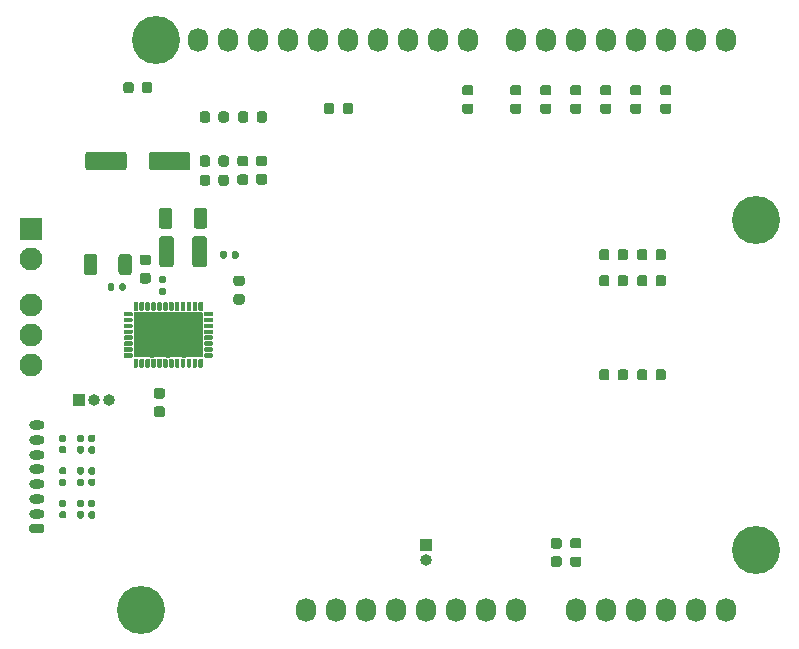
<source format=gbr>
%TF.GenerationSoftware,KiCad,Pcbnew,(5.1.9)-1*%
%TF.CreationDate,2021-05-11T14:33:33+02:00*%
%TF.ProjectId,Driverino-Shield,44726976-6572-4696-9e6f-2d536869656c,rev?*%
%TF.SameCoordinates,Original*%
%TF.FileFunction,Soldermask,Top*%
%TF.FilePolarity,Negative*%
%FSLAX46Y46*%
G04 Gerber Fmt 4.6, Leading zero omitted, Abs format (unit mm)*
G04 Created by KiCad (PCBNEW (5.1.9)-1) date 2021-05-11 14:33:33*
%MOMM*%
%LPD*%
G01*
G04 APERTURE LIST*
%ADD10C,0.740000*%
%ADD11O,1.000000X1.000000*%
%ADD12R,1.000000X1.000000*%
%ADD13C,4.064000*%
%ADD14O,1.727200X2.032000*%
%ADD15R,1.950000X1.950000*%
%ADD16C,1.950000*%
%ADD17O,1.300000X0.800000*%
G04 APERTURE END LIST*
%TO.C,F1*%
G36*
G01*
X133241000Y-93614500D02*
X133241000Y-93959500D01*
G75*
G02*
X133093500Y-94107000I-147500J0D01*
G01*
X132798500Y-94107000D01*
G75*
G02*
X132651000Y-93959500I0J147500D01*
G01*
X132651000Y-93614500D01*
G75*
G02*
X132798500Y-93467000I147500J0D01*
G01*
X133093500Y-93467000D01*
G75*
G02*
X133241000Y-93614500I0J-147500D01*
G01*
G37*
G36*
G01*
X132271000Y-93614500D02*
X132271000Y-93959500D01*
G75*
G02*
X132123500Y-94107000I-147500J0D01*
G01*
X131828500Y-94107000D01*
G75*
G02*
X131681000Y-93959500I0J147500D01*
G01*
X131681000Y-93614500D01*
G75*
G02*
X131828500Y-93467000I147500J0D01*
G01*
X132123500Y-93467000D01*
G75*
G02*
X132271000Y-93614500I0J-147500D01*
G01*
G37*
%TD*%
%TO.C,R23*%
G36*
G01*
X120537500Y-115988500D02*
X120537500Y-115643500D01*
G75*
G02*
X120685000Y-115496000I147500J0D01*
G01*
X120980000Y-115496000D01*
G75*
G02*
X121127500Y-115643500I0J-147500D01*
G01*
X121127500Y-115988500D01*
G75*
G02*
X120980000Y-116136000I-147500J0D01*
G01*
X120685000Y-116136000D01*
G75*
G02*
X120537500Y-115988500I0J147500D01*
G01*
G37*
G36*
G01*
X119567500Y-115988500D02*
X119567500Y-115643500D01*
G75*
G02*
X119715000Y-115496000I147500J0D01*
G01*
X120010000Y-115496000D01*
G75*
G02*
X120157500Y-115643500I0J-147500D01*
G01*
X120157500Y-115988500D01*
G75*
G02*
X120010000Y-116136000I-147500J0D01*
G01*
X119715000Y-116136000D01*
G75*
G02*
X119567500Y-115988500I0J147500D01*
G01*
G37*
%TD*%
%TO.C,R22*%
G36*
G01*
X120537500Y-115018500D02*
X120537500Y-114673500D01*
G75*
G02*
X120685000Y-114526000I147500J0D01*
G01*
X120980000Y-114526000D01*
G75*
G02*
X121127500Y-114673500I0J-147500D01*
G01*
X121127500Y-115018500D01*
G75*
G02*
X120980000Y-115166000I-147500J0D01*
G01*
X120685000Y-115166000D01*
G75*
G02*
X120537500Y-115018500I0J147500D01*
G01*
G37*
G36*
G01*
X119567500Y-115018500D02*
X119567500Y-114673500D01*
G75*
G02*
X119715000Y-114526000I147500J0D01*
G01*
X120010000Y-114526000D01*
G75*
G02*
X120157500Y-114673500I0J-147500D01*
G01*
X120157500Y-115018500D01*
G75*
G02*
X120010000Y-115166000I-147500J0D01*
G01*
X119715000Y-115166000D01*
G75*
G02*
X119567500Y-115018500I0J147500D01*
G01*
G37*
%TD*%
%TO.C,U1*%
G36*
G01*
X129853000Y-98457000D02*
X129853000Y-97873000D01*
G75*
G02*
X129931000Y-97795000I78000J0D01*
G01*
X130165000Y-97795000D01*
G75*
G02*
X130243000Y-97873000I0J-78000D01*
G01*
X130243000Y-98457000D01*
G75*
G02*
X130165000Y-98535000I-78000J0D01*
G01*
X129931000Y-98535000D01*
G75*
G02*
X129853000Y-98457000I0J78000D01*
G01*
G37*
G36*
G01*
X129353000Y-98457000D02*
X129353000Y-97873000D01*
G75*
G02*
X129431000Y-97795000I78000J0D01*
G01*
X129665000Y-97795000D01*
G75*
G02*
X129743000Y-97873000I0J-78000D01*
G01*
X129743000Y-98457000D01*
G75*
G02*
X129665000Y-98535000I-78000J0D01*
G01*
X129431000Y-98535000D01*
G75*
G02*
X129353000Y-98457000I0J78000D01*
G01*
G37*
G36*
G01*
X128853000Y-98457000D02*
X128853000Y-97873000D01*
G75*
G02*
X128931000Y-97795000I78000J0D01*
G01*
X129165000Y-97795000D01*
G75*
G02*
X129243000Y-97873000I0J-78000D01*
G01*
X129243000Y-98457000D01*
G75*
G02*
X129165000Y-98535000I-78000J0D01*
G01*
X128931000Y-98535000D01*
G75*
G02*
X128853000Y-98457000I0J78000D01*
G01*
G37*
G36*
G01*
X128353000Y-98457000D02*
X128353000Y-97873000D01*
G75*
G02*
X128431000Y-97795000I78000J0D01*
G01*
X128665000Y-97795000D01*
G75*
G02*
X128743000Y-97873000I0J-78000D01*
G01*
X128743000Y-98457000D01*
G75*
G02*
X128665000Y-98535000I-78000J0D01*
G01*
X128431000Y-98535000D01*
G75*
G02*
X128353000Y-98457000I0J78000D01*
G01*
G37*
G36*
G01*
X127853000Y-98457000D02*
X127853000Y-97873000D01*
G75*
G02*
X127931000Y-97795000I78000J0D01*
G01*
X128165000Y-97795000D01*
G75*
G02*
X128243000Y-97873000I0J-78000D01*
G01*
X128243000Y-98457000D01*
G75*
G02*
X128165000Y-98535000I-78000J0D01*
G01*
X127931000Y-98535000D01*
G75*
G02*
X127853000Y-98457000I0J78000D01*
G01*
G37*
G36*
G01*
X127353000Y-98457000D02*
X127353000Y-97873000D01*
G75*
G02*
X127431000Y-97795000I78000J0D01*
G01*
X127665000Y-97795000D01*
G75*
G02*
X127743000Y-97873000I0J-78000D01*
G01*
X127743000Y-98457000D01*
G75*
G02*
X127665000Y-98535000I-78000J0D01*
G01*
X127431000Y-98535000D01*
G75*
G02*
X127353000Y-98457000I0J78000D01*
G01*
G37*
G36*
G01*
X126853000Y-98457000D02*
X126853000Y-97873000D01*
G75*
G02*
X126931000Y-97795000I78000J0D01*
G01*
X127165000Y-97795000D01*
G75*
G02*
X127243000Y-97873000I0J-78000D01*
G01*
X127243000Y-98457000D01*
G75*
G02*
X127165000Y-98535000I-78000J0D01*
G01*
X126931000Y-98535000D01*
G75*
G02*
X126853000Y-98457000I0J78000D01*
G01*
G37*
G36*
G01*
X126353000Y-98457000D02*
X126353000Y-97873000D01*
G75*
G02*
X126431000Y-97795000I78000J0D01*
G01*
X126665000Y-97795000D01*
G75*
G02*
X126743000Y-97873000I0J-78000D01*
G01*
X126743000Y-98457000D01*
G75*
G02*
X126665000Y-98535000I-78000J0D01*
G01*
X126431000Y-98535000D01*
G75*
G02*
X126353000Y-98457000I0J78000D01*
G01*
G37*
G36*
G01*
X125853000Y-98457000D02*
X125853000Y-97873000D01*
G75*
G02*
X125931000Y-97795000I78000J0D01*
G01*
X126165000Y-97795000D01*
G75*
G02*
X126243000Y-97873000I0J-78000D01*
G01*
X126243000Y-98457000D01*
G75*
G02*
X126165000Y-98535000I-78000J0D01*
G01*
X125931000Y-98535000D01*
G75*
G02*
X125853000Y-98457000I0J78000D01*
G01*
G37*
G36*
G01*
X125353000Y-98457000D02*
X125353000Y-97873000D01*
G75*
G02*
X125431000Y-97795000I78000J0D01*
G01*
X125665000Y-97795000D01*
G75*
G02*
X125743000Y-97873000I0J-78000D01*
G01*
X125743000Y-98457000D01*
G75*
G02*
X125665000Y-98535000I-78000J0D01*
G01*
X125431000Y-98535000D01*
G75*
G02*
X125353000Y-98457000I0J78000D01*
G01*
G37*
G36*
G01*
X124853000Y-98457000D02*
X124853000Y-97873000D01*
G75*
G02*
X124931000Y-97795000I78000J0D01*
G01*
X125165000Y-97795000D01*
G75*
G02*
X125243000Y-97873000I0J-78000D01*
G01*
X125243000Y-98457000D01*
G75*
G02*
X125165000Y-98535000I-78000J0D01*
G01*
X124931000Y-98535000D01*
G75*
G02*
X124853000Y-98457000I0J78000D01*
G01*
G37*
G36*
G01*
X124353000Y-98457000D02*
X124353000Y-97873000D01*
G75*
G02*
X124431000Y-97795000I78000J0D01*
G01*
X124665000Y-97795000D01*
G75*
G02*
X124743000Y-97873000I0J-78000D01*
G01*
X124743000Y-98457000D01*
G75*
G02*
X124665000Y-98535000I-78000J0D01*
G01*
X124431000Y-98535000D01*
G75*
G02*
X124353000Y-98457000I0J78000D01*
G01*
G37*
G36*
G01*
X124190000Y-99010000D02*
X123606000Y-99010000D01*
G75*
G02*
X123528000Y-98932000I0J78000D01*
G01*
X123528000Y-98698000D01*
G75*
G02*
X123606000Y-98620000I78000J0D01*
G01*
X124190000Y-98620000D01*
G75*
G02*
X124268000Y-98698000I0J-78000D01*
G01*
X124268000Y-98932000D01*
G75*
G02*
X124190000Y-99010000I-78000J0D01*
G01*
G37*
G36*
G01*
X124190000Y-99510000D02*
X123606000Y-99510000D01*
G75*
G02*
X123528000Y-99432000I0J78000D01*
G01*
X123528000Y-99198000D01*
G75*
G02*
X123606000Y-99120000I78000J0D01*
G01*
X124190000Y-99120000D01*
G75*
G02*
X124268000Y-99198000I0J-78000D01*
G01*
X124268000Y-99432000D01*
G75*
G02*
X124190000Y-99510000I-78000J0D01*
G01*
G37*
G36*
G01*
X124190000Y-100010000D02*
X123606000Y-100010000D01*
G75*
G02*
X123528000Y-99932000I0J78000D01*
G01*
X123528000Y-99698000D01*
G75*
G02*
X123606000Y-99620000I78000J0D01*
G01*
X124190000Y-99620000D01*
G75*
G02*
X124268000Y-99698000I0J-78000D01*
G01*
X124268000Y-99932000D01*
G75*
G02*
X124190000Y-100010000I-78000J0D01*
G01*
G37*
G36*
G01*
X124190000Y-100510000D02*
X123606000Y-100510000D01*
G75*
G02*
X123528000Y-100432000I0J78000D01*
G01*
X123528000Y-100198000D01*
G75*
G02*
X123606000Y-100120000I78000J0D01*
G01*
X124190000Y-100120000D01*
G75*
G02*
X124268000Y-100198000I0J-78000D01*
G01*
X124268000Y-100432000D01*
G75*
G02*
X124190000Y-100510000I-78000J0D01*
G01*
G37*
G36*
G01*
X124190000Y-101010000D02*
X123606000Y-101010000D01*
G75*
G02*
X123528000Y-100932000I0J78000D01*
G01*
X123528000Y-100698000D01*
G75*
G02*
X123606000Y-100620000I78000J0D01*
G01*
X124190000Y-100620000D01*
G75*
G02*
X124268000Y-100698000I0J-78000D01*
G01*
X124268000Y-100932000D01*
G75*
G02*
X124190000Y-101010000I-78000J0D01*
G01*
G37*
G36*
G01*
X124190000Y-101510000D02*
X123606000Y-101510000D01*
G75*
G02*
X123528000Y-101432000I0J78000D01*
G01*
X123528000Y-101198000D01*
G75*
G02*
X123606000Y-101120000I78000J0D01*
G01*
X124190000Y-101120000D01*
G75*
G02*
X124268000Y-101198000I0J-78000D01*
G01*
X124268000Y-101432000D01*
G75*
G02*
X124190000Y-101510000I-78000J0D01*
G01*
G37*
G36*
G01*
X124190000Y-102010000D02*
X123606000Y-102010000D01*
G75*
G02*
X123528000Y-101932000I0J78000D01*
G01*
X123528000Y-101698000D01*
G75*
G02*
X123606000Y-101620000I78000J0D01*
G01*
X124190000Y-101620000D01*
G75*
G02*
X124268000Y-101698000I0J-78000D01*
G01*
X124268000Y-101932000D01*
G75*
G02*
X124190000Y-102010000I-78000J0D01*
G01*
G37*
G36*
G01*
X124190000Y-102510000D02*
X123606000Y-102510000D01*
G75*
G02*
X123528000Y-102432000I0J78000D01*
G01*
X123528000Y-102198000D01*
G75*
G02*
X123606000Y-102120000I78000J0D01*
G01*
X124190000Y-102120000D01*
G75*
G02*
X124268000Y-102198000I0J-78000D01*
G01*
X124268000Y-102432000D01*
G75*
G02*
X124190000Y-102510000I-78000J0D01*
G01*
G37*
G36*
G01*
X124353000Y-103257000D02*
X124353000Y-102673000D01*
G75*
G02*
X124431000Y-102595000I78000J0D01*
G01*
X124665000Y-102595000D01*
G75*
G02*
X124743000Y-102673000I0J-78000D01*
G01*
X124743000Y-103257000D01*
G75*
G02*
X124665000Y-103335000I-78000J0D01*
G01*
X124431000Y-103335000D01*
G75*
G02*
X124353000Y-103257000I0J78000D01*
G01*
G37*
G36*
G01*
X124853000Y-103257000D02*
X124853000Y-102673000D01*
G75*
G02*
X124931000Y-102595000I78000J0D01*
G01*
X125165000Y-102595000D01*
G75*
G02*
X125243000Y-102673000I0J-78000D01*
G01*
X125243000Y-103257000D01*
G75*
G02*
X125165000Y-103335000I-78000J0D01*
G01*
X124931000Y-103335000D01*
G75*
G02*
X124853000Y-103257000I0J78000D01*
G01*
G37*
G36*
G01*
X125353000Y-103257000D02*
X125353000Y-102673000D01*
G75*
G02*
X125431000Y-102595000I78000J0D01*
G01*
X125665000Y-102595000D01*
G75*
G02*
X125743000Y-102673000I0J-78000D01*
G01*
X125743000Y-103257000D01*
G75*
G02*
X125665000Y-103335000I-78000J0D01*
G01*
X125431000Y-103335000D01*
G75*
G02*
X125353000Y-103257000I0J78000D01*
G01*
G37*
G36*
G01*
X125853000Y-103257000D02*
X125853000Y-102673000D01*
G75*
G02*
X125931000Y-102595000I78000J0D01*
G01*
X126165000Y-102595000D01*
G75*
G02*
X126243000Y-102673000I0J-78000D01*
G01*
X126243000Y-103257000D01*
G75*
G02*
X126165000Y-103335000I-78000J0D01*
G01*
X125931000Y-103335000D01*
G75*
G02*
X125853000Y-103257000I0J78000D01*
G01*
G37*
G36*
G01*
X126353000Y-103257000D02*
X126353000Y-102673000D01*
G75*
G02*
X126431000Y-102595000I78000J0D01*
G01*
X126665000Y-102595000D01*
G75*
G02*
X126743000Y-102673000I0J-78000D01*
G01*
X126743000Y-103257000D01*
G75*
G02*
X126665000Y-103335000I-78000J0D01*
G01*
X126431000Y-103335000D01*
G75*
G02*
X126353000Y-103257000I0J78000D01*
G01*
G37*
G36*
G01*
X126853000Y-103257000D02*
X126853000Y-102673000D01*
G75*
G02*
X126931000Y-102595000I78000J0D01*
G01*
X127165000Y-102595000D01*
G75*
G02*
X127243000Y-102673000I0J-78000D01*
G01*
X127243000Y-103257000D01*
G75*
G02*
X127165000Y-103335000I-78000J0D01*
G01*
X126931000Y-103335000D01*
G75*
G02*
X126853000Y-103257000I0J78000D01*
G01*
G37*
G36*
G01*
X127353000Y-103257000D02*
X127353000Y-102673000D01*
G75*
G02*
X127431000Y-102595000I78000J0D01*
G01*
X127665000Y-102595000D01*
G75*
G02*
X127743000Y-102673000I0J-78000D01*
G01*
X127743000Y-103257000D01*
G75*
G02*
X127665000Y-103335000I-78000J0D01*
G01*
X127431000Y-103335000D01*
G75*
G02*
X127353000Y-103257000I0J78000D01*
G01*
G37*
G36*
G01*
X127853000Y-103257000D02*
X127853000Y-102673000D01*
G75*
G02*
X127931000Y-102595000I78000J0D01*
G01*
X128165000Y-102595000D01*
G75*
G02*
X128243000Y-102673000I0J-78000D01*
G01*
X128243000Y-103257000D01*
G75*
G02*
X128165000Y-103335000I-78000J0D01*
G01*
X127931000Y-103335000D01*
G75*
G02*
X127853000Y-103257000I0J78000D01*
G01*
G37*
G36*
G01*
X128353000Y-103257000D02*
X128353000Y-102673000D01*
G75*
G02*
X128431000Y-102595000I78000J0D01*
G01*
X128665000Y-102595000D01*
G75*
G02*
X128743000Y-102673000I0J-78000D01*
G01*
X128743000Y-103257000D01*
G75*
G02*
X128665000Y-103335000I-78000J0D01*
G01*
X128431000Y-103335000D01*
G75*
G02*
X128353000Y-103257000I0J78000D01*
G01*
G37*
G36*
G01*
X128853000Y-103257000D02*
X128853000Y-102673000D01*
G75*
G02*
X128931000Y-102595000I78000J0D01*
G01*
X129165000Y-102595000D01*
G75*
G02*
X129243000Y-102673000I0J-78000D01*
G01*
X129243000Y-103257000D01*
G75*
G02*
X129165000Y-103335000I-78000J0D01*
G01*
X128931000Y-103335000D01*
G75*
G02*
X128853000Y-103257000I0J78000D01*
G01*
G37*
G36*
G01*
X129353000Y-103257000D02*
X129353000Y-102673000D01*
G75*
G02*
X129431000Y-102595000I78000J0D01*
G01*
X129665000Y-102595000D01*
G75*
G02*
X129743000Y-102673000I0J-78000D01*
G01*
X129743000Y-103257000D01*
G75*
G02*
X129665000Y-103335000I-78000J0D01*
G01*
X129431000Y-103335000D01*
G75*
G02*
X129353000Y-103257000I0J78000D01*
G01*
G37*
G36*
G01*
X129853000Y-103257000D02*
X129853000Y-102673000D01*
G75*
G02*
X129931000Y-102595000I78000J0D01*
G01*
X130165000Y-102595000D01*
G75*
G02*
X130243000Y-102673000I0J-78000D01*
G01*
X130243000Y-103257000D01*
G75*
G02*
X130165000Y-103335000I-78000J0D01*
G01*
X129931000Y-103335000D01*
G75*
G02*
X129853000Y-103257000I0J78000D01*
G01*
G37*
G36*
G01*
X130990000Y-102510000D02*
X130406000Y-102510000D01*
G75*
G02*
X130328000Y-102432000I0J78000D01*
G01*
X130328000Y-102198000D01*
G75*
G02*
X130406000Y-102120000I78000J0D01*
G01*
X130990000Y-102120000D01*
G75*
G02*
X131068000Y-102198000I0J-78000D01*
G01*
X131068000Y-102432000D01*
G75*
G02*
X130990000Y-102510000I-78000J0D01*
G01*
G37*
G36*
G01*
X130990000Y-102010000D02*
X130406000Y-102010000D01*
G75*
G02*
X130328000Y-101932000I0J78000D01*
G01*
X130328000Y-101698000D01*
G75*
G02*
X130406000Y-101620000I78000J0D01*
G01*
X130990000Y-101620000D01*
G75*
G02*
X131068000Y-101698000I0J-78000D01*
G01*
X131068000Y-101932000D01*
G75*
G02*
X130990000Y-102010000I-78000J0D01*
G01*
G37*
G36*
G01*
X130990000Y-101510000D02*
X130406000Y-101510000D01*
G75*
G02*
X130328000Y-101432000I0J78000D01*
G01*
X130328000Y-101198000D01*
G75*
G02*
X130406000Y-101120000I78000J0D01*
G01*
X130990000Y-101120000D01*
G75*
G02*
X131068000Y-101198000I0J-78000D01*
G01*
X131068000Y-101432000D01*
G75*
G02*
X130990000Y-101510000I-78000J0D01*
G01*
G37*
G36*
G01*
X130990000Y-101010000D02*
X130406000Y-101010000D01*
G75*
G02*
X130328000Y-100932000I0J78000D01*
G01*
X130328000Y-100698000D01*
G75*
G02*
X130406000Y-100620000I78000J0D01*
G01*
X130990000Y-100620000D01*
G75*
G02*
X131068000Y-100698000I0J-78000D01*
G01*
X131068000Y-100932000D01*
G75*
G02*
X130990000Y-101010000I-78000J0D01*
G01*
G37*
G36*
G01*
X130990000Y-100510000D02*
X130406000Y-100510000D01*
G75*
G02*
X130328000Y-100432000I0J78000D01*
G01*
X130328000Y-100198000D01*
G75*
G02*
X130406000Y-100120000I78000J0D01*
G01*
X130990000Y-100120000D01*
G75*
G02*
X131068000Y-100198000I0J-78000D01*
G01*
X131068000Y-100432000D01*
G75*
G02*
X130990000Y-100510000I-78000J0D01*
G01*
G37*
G36*
G01*
X130990000Y-100010000D02*
X130406000Y-100010000D01*
G75*
G02*
X130328000Y-99932000I0J78000D01*
G01*
X130328000Y-99698000D01*
G75*
G02*
X130406000Y-99620000I78000J0D01*
G01*
X130990000Y-99620000D01*
G75*
G02*
X131068000Y-99698000I0J-78000D01*
G01*
X131068000Y-99932000D01*
G75*
G02*
X130990000Y-100010000I-78000J0D01*
G01*
G37*
G36*
G01*
X130990000Y-99510000D02*
X130406000Y-99510000D01*
G75*
G02*
X130328000Y-99432000I0J78000D01*
G01*
X130328000Y-99198000D01*
G75*
G02*
X130406000Y-99120000I78000J0D01*
G01*
X130990000Y-99120000D01*
G75*
G02*
X131068000Y-99198000I0J-78000D01*
G01*
X131068000Y-99432000D01*
G75*
G02*
X130990000Y-99510000I-78000J0D01*
G01*
G37*
G36*
G01*
X130990000Y-99010000D02*
X130406000Y-99010000D01*
G75*
G02*
X130328000Y-98932000I0J78000D01*
G01*
X130328000Y-98698000D01*
G75*
G02*
X130406000Y-98620000I78000J0D01*
G01*
X130990000Y-98620000D01*
G75*
G02*
X131068000Y-98698000I0J-78000D01*
G01*
X131068000Y-98932000D01*
G75*
G02*
X130990000Y-99010000I-78000J0D01*
G01*
G37*
G36*
G01*
X124448000Y-98645000D02*
X130148000Y-98645000D01*
G75*
G02*
X130218000Y-98715000I0J-70000D01*
G01*
X130218000Y-102415000D01*
G75*
G02*
X130148000Y-102485000I-70000J0D01*
G01*
X124448000Y-102485000D01*
G75*
G02*
X124378000Y-102415000I0J70000D01*
G01*
X124378000Y-98715000D01*
G75*
G02*
X124448000Y-98645000I70000J0D01*
G01*
G37*
D10*
X127298000Y-101190000D03*
X127298000Y-99940000D03*
X127298000Y-98965000D03*
X127298000Y-102165000D03*
X128648000Y-101190000D03*
X128648000Y-99940000D03*
X128648000Y-98965000D03*
X128648000Y-102165000D03*
X129898000Y-101190000D03*
X129898000Y-99940000D03*
X125948000Y-101190000D03*
X125948000Y-99940000D03*
X125948000Y-98965000D03*
X125948000Y-102165000D03*
X124698000Y-101190000D03*
X124698000Y-99940000D03*
%TD*%
D11*
%TO.C,JP1*%
X122268000Y-106045000D03*
X120998000Y-106045000D03*
D12*
X119728000Y-106045000D03*
%TD*%
%TO.C,C3*%
G36*
G01*
X123074000Y-95265001D02*
X123074000Y-93964999D01*
G75*
G02*
X123323999Y-93715000I249999J0D01*
G01*
X123974001Y-93715000D01*
G75*
G02*
X124224000Y-93964999I0J-249999D01*
G01*
X124224000Y-95265001D01*
G75*
G02*
X123974001Y-95515000I-249999J0D01*
G01*
X123323999Y-95515000D01*
G75*
G02*
X123074000Y-95265001I0J249999D01*
G01*
G37*
G36*
G01*
X120124000Y-95265001D02*
X120124000Y-93964999D01*
G75*
G02*
X120373999Y-93715000I249999J0D01*
G01*
X121024001Y-93715000D01*
G75*
G02*
X121274000Y-93964999I0J-249999D01*
G01*
X121274000Y-95265001D01*
G75*
G02*
X121024001Y-95515000I-249999J0D01*
G01*
X120373999Y-95515000D01*
G75*
G02*
X120124000Y-95265001I0J249999D01*
G01*
G37*
%TD*%
%TO.C,C4*%
G36*
G01*
X123136000Y-96690000D02*
X123136000Y-96350000D01*
G75*
G02*
X123276000Y-96210000I140000J0D01*
G01*
X123556000Y-96210000D01*
G75*
G02*
X123696000Y-96350000I0J-140000D01*
G01*
X123696000Y-96690000D01*
G75*
G02*
X123556000Y-96830000I-140000J0D01*
G01*
X123276000Y-96830000D01*
G75*
G02*
X123136000Y-96690000I0J140000D01*
G01*
G37*
G36*
G01*
X122176000Y-96690000D02*
X122176000Y-96350000D01*
G75*
G02*
X122316000Y-96210000I140000J0D01*
G01*
X122596000Y-96210000D01*
G75*
G02*
X122736000Y-96350000I0J-140000D01*
G01*
X122736000Y-96690000D01*
G75*
G02*
X122596000Y-96830000I-140000J0D01*
G01*
X122316000Y-96830000D01*
G75*
G02*
X122176000Y-96690000I0J140000D01*
G01*
G37*
%TD*%
D13*
%TO.C,P5*%
X124968000Y-123825000D03*
%TD*%
%TO.C,P7*%
X126238000Y-75565000D03*
%TD*%
%TO.C,P8*%
X177038000Y-90805000D03*
%TD*%
D14*
%TO.C,P3*%
X129794000Y-75565000D03*
X132334000Y-75565000D03*
X134874000Y-75565000D03*
X137414000Y-75565000D03*
X139954000Y-75565000D03*
X142494000Y-75565000D03*
X145034000Y-75565000D03*
X147574000Y-75565000D03*
X150114000Y-75565000D03*
X152654000Y-75565000D03*
%TD*%
D13*
%TO.C,P6*%
X177038000Y-118745000D03*
%TD*%
D14*
%TO.C,P1*%
X138938000Y-123825000D03*
X141478000Y-123825000D03*
X144018000Y-123825000D03*
X146558000Y-123825000D03*
X149098000Y-123825000D03*
X151638000Y-123825000D03*
X154178000Y-123825000D03*
X156718000Y-123825000D03*
%TD*%
%TO.C,P2*%
X161798000Y-123825000D03*
X164338000Y-123825000D03*
X166878000Y-123825000D03*
X169418000Y-123825000D03*
X171958000Y-123825000D03*
X174498000Y-123825000D03*
%TD*%
%TO.C,P4*%
X156718000Y-75565000D03*
X159258000Y-75565000D03*
X161798000Y-75565000D03*
X164338000Y-75565000D03*
X166878000Y-75565000D03*
X169418000Y-75565000D03*
X171958000Y-75565000D03*
X174498000Y-75565000D03*
%TD*%
%TO.C,C6*%
G36*
G01*
X126982000Y-96203000D02*
X126637000Y-96203000D01*
G75*
G02*
X126489500Y-96055500I0J147500D01*
G01*
X126489500Y-95760500D01*
G75*
G02*
X126637000Y-95613000I147500J0D01*
G01*
X126982000Y-95613000D01*
G75*
G02*
X127129500Y-95760500I0J-147500D01*
G01*
X127129500Y-96055500D01*
G75*
G02*
X126982000Y-96203000I-147500J0D01*
G01*
G37*
G36*
G01*
X126982000Y-97173000D02*
X126637000Y-97173000D01*
G75*
G02*
X126489500Y-97025500I0J147500D01*
G01*
X126489500Y-96730500D01*
G75*
G02*
X126637000Y-96583000I147500J0D01*
G01*
X126982000Y-96583000D01*
G75*
G02*
X127129500Y-96730500I0J-147500D01*
G01*
X127129500Y-97025500D01*
G75*
G02*
X126982000Y-97173000I-147500J0D01*
G01*
G37*
%TD*%
%TO.C,C12*%
G36*
G01*
X118520000Y-115141000D02*
X118175000Y-115141000D01*
G75*
G02*
X118027500Y-114993500I0J147500D01*
G01*
X118027500Y-114698500D01*
G75*
G02*
X118175000Y-114551000I147500J0D01*
G01*
X118520000Y-114551000D01*
G75*
G02*
X118667500Y-114698500I0J-147500D01*
G01*
X118667500Y-114993500D01*
G75*
G02*
X118520000Y-115141000I-147500J0D01*
G01*
G37*
G36*
G01*
X118520000Y-116111000D02*
X118175000Y-116111000D01*
G75*
G02*
X118027500Y-115963500I0J147500D01*
G01*
X118027500Y-115668500D01*
G75*
G02*
X118175000Y-115521000I147500J0D01*
G01*
X118520000Y-115521000D01*
G75*
G02*
X118667500Y-115668500I0J-147500D01*
G01*
X118667500Y-115963500D01*
G75*
G02*
X118520000Y-116111000I-147500J0D01*
G01*
G37*
%TD*%
%TO.C,R21*%
G36*
G01*
X120537500Y-113234500D02*
X120537500Y-112889500D01*
G75*
G02*
X120685000Y-112742000I147500J0D01*
G01*
X120980000Y-112742000D01*
G75*
G02*
X121127500Y-112889500I0J-147500D01*
G01*
X121127500Y-113234500D01*
G75*
G02*
X120980000Y-113382000I-147500J0D01*
G01*
X120685000Y-113382000D01*
G75*
G02*
X120537500Y-113234500I0J147500D01*
G01*
G37*
G36*
G01*
X119567500Y-113234500D02*
X119567500Y-112889500D01*
G75*
G02*
X119715000Y-112742000I147500J0D01*
G01*
X120010000Y-112742000D01*
G75*
G02*
X120157500Y-112889500I0J-147500D01*
G01*
X120157500Y-113234500D01*
G75*
G02*
X120010000Y-113382000I-147500J0D01*
G01*
X119715000Y-113382000D01*
G75*
G02*
X119567500Y-113234500I0J147500D01*
G01*
G37*
%TD*%
%TO.C,R20*%
G36*
G01*
X120537500Y-112264500D02*
X120537500Y-111919500D01*
G75*
G02*
X120685000Y-111772000I147500J0D01*
G01*
X120980000Y-111772000D01*
G75*
G02*
X121127500Y-111919500I0J-147500D01*
G01*
X121127500Y-112264500D01*
G75*
G02*
X120980000Y-112412000I-147500J0D01*
G01*
X120685000Y-112412000D01*
G75*
G02*
X120537500Y-112264500I0J147500D01*
G01*
G37*
G36*
G01*
X119567500Y-112264500D02*
X119567500Y-111919500D01*
G75*
G02*
X119715000Y-111772000I147500J0D01*
G01*
X120010000Y-111772000D01*
G75*
G02*
X120157500Y-111919500I0J-147500D01*
G01*
X120157500Y-112264500D01*
G75*
G02*
X120010000Y-112412000I-147500J0D01*
G01*
X119715000Y-112412000D01*
G75*
G02*
X119567500Y-112264500I0J147500D01*
G01*
G37*
%TD*%
%TO.C,C11*%
G36*
G01*
X118520000Y-112387000D02*
X118175000Y-112387000D01*
G75*
G02*
X118027500Y-112239500I0J147500D01*
G01*
X118027500Y-111944500D01*
G75*
G02*
X118175000Y-111797000I147500J0D01*
G01*
X118520000Y-111797000D01*
G75*
G02*
X118667500Y-111944500I0J-147500D01*
G01*
X118667500Y-112239500D01*
G75*
G02*
X118520000Y-112387000I-147500J0D01*
G01*
G37*
G36*
G01*
X118520000Y-113357000D02*
X118175000Y-113357000D01*
G75*
G02*
X118027500Y-113209500I0J147500D01*
G01*
X118027500Y-112914500D01*
G75*
G02*
X118175000Y-112767000I147500J0D01*
G01*
X118520000Y-112767000D01*
G75*
G02*
X118667500Y-112914500I0J-147500D01*
G01*
X118667500Y-113209500D01*
G75*
G02*
X118520000Y-113357000I-147500J0D01*
G01*
G37*
%TD*%
%TO.C,R18*%
G36*
G01*
X120537500Y-109510500D02*
X120537500Y-109165500D01*
G75*
G02*
X120685000Y-109018000I147500J0D01*
G01*
X120980000Y-109018000D01*
G75*
G02*
X121127500Y-109165500I0J-147500D01*
G01*
X121127500Y-109510500D01*
G75*
G02*
X120980000Y-109658000I-147500J0D01*
G01*
X120685000Y-109658000D01*
G75*
G02*
X120537500Y-109510500I0J147500D01*
G01*
G37*
G36*
G01*
X119567500Y-109510500D02*
X119567500Y-109165500D01*
G75*
G02*
X119715000Y-109018000I147500J0D01*
G01*
X120010000Y-109018000D01*
G75*
G02*
X120157500Y-109165500I0J-147500D01*
G01*
X120157500Y-109510500D01*
G75*
G02*
X120010000Y-109658000I-147500J0D01*
G01*
X119715000Y-109658000D01*
G75*
G02*
X119567500Y-109510500I0J147500D01*
G01*
G37*
%TD*%
%TO.C,R19*%
G36*
G01*
X120537500Y-110480500D02*
X120537500Y-110135500D01*
G75*
G02*
X120685000Y-109988000I147500J0D01*
G01*
X120980000Y-109988000D01*
G75*
G02*
X121127500Y-110135500I0J-147500D01*
G01*
X121127500Y-110480500D01*
G75*
G02*
X120980000Y-110628000I-147500J0D01*
G01*
X120685000Y-110628000D01*
G75*
G02*
X120537500Y-110480500I0J147500D01*
G01*
G37*
G36*
G01*
X119567500Y-110480500D02*
X119567500Y-110135500D01*
G75*
G02*
X119715000Y-109988000I147500J0D01*
G01*
X120010000Y-109988000D01*
G75*
G02*
X120157500Y-110135500I0J-147500D01*
G01*
X120157500Y-110480500D01*
G75*
G02*
X120010000Y-110628000I-147500J0D01*
G01*
X119715000Y-110628000D01*
G75*
G02*
X119567500Y-110480500I0J147500D01*
G01*
G37*
%TD*%
%TO.C,C10*%
G36*
G01*
X118520000Y-109633000D02*
X118175000Y-109633000D01*
G75*
G02*
X118027500Y-109485500I0J147500D01*
G01*
X118027500Y-109190500D01*
G75*
G02*
X118175000Y-109043000I147500J0D01*
G01*
X118520000Y-109043000D01*
G75*
G02*
X118667500Y-109190500I0J-147500D01*
G01*
X118667500Y-109485500D01*
G75*
G02*
X118520000Y-109633000I-147500J0D01*
G01*
G37*
G36*
G01*
X118520000Y-110603000D02*
X118175000Y-110603000D01*
G75*
G02*
X118027500Y-110455500I0J147500D01*
G01*
X118027500Y-110160500D01*
G75*
G02*
X118175000Y-110013000I147500J0D01*
G01*
X118520000Y-110013000D01*
G75*
G02*
X118667500Y-110160500I0J-147500D01*
G01*
X118667500Y-110455500D01*
G75*
G02*
X118520000Y-110603000I-147500J0D01*
G01*
G37*
%TD*%
%TO.C,C1*%
G36*
G01*
X129449400Y-91353401D02*
X129449400Y-90053399D01*
G75*
G02*
X129699399Y-89803400I249999J0D01*
G01*
X130349401Y-89803400D01*
G75*
G02*
X130599400Y-90053399I0J-249999D01*
G01*
X130599400Y-91353401D01*
G75*
G02*
X130349401Y-91603400I-249999J0D01*
G01*
X129699399Y-91603400D01*
G75*
G02*
X129449400Y-91353401I0J249999D01*
G01*
G37*
G36*
G01*
X126499400Y-91353850D02*
X126499400Y-90052950D01*
G75*
G02*
X126748950Y-89803400I249550J0D01*
G01*
X127399850Y-89803400D01*
G75*
G02*
X127649400Y-90052950I0J-249550D01*
G01*
X127649400Y-91353850D01*
G75*
G02*
X127399850Y-91603400I-249550J0D01*
G01*
X126748950Y-91603400D01*
G75*
G02*
X126499400Y-91353850I0J249550D01*
G01*
G37*
%TD*%
%TO.C,C2*%
G36*
G01*
X123764000Y-85302000D02*
X123764000Y-86402000D01*
G75*
G02*
X123514000Y-86652000I-250000J0D01*
G01*
X120514000Y-86652000D01*
G75*
G02*
X120264000Y-86402000I0J250000D01*
G01*
X120264000Y-85302000D01*
G75*
G02*
X120514000Y-85052000I250000J0D01*
G01*
X123514000Y-85052000D01*
G75*
G02*
X123764000Y-85302000I0J-250000D01*
G01*
G37*
G36*
G01*
X129164000Y-85302000D02*
X129164000Y-86402000D01*
G75*
G02*
X128914000Y-86652000I-250000J0D01*
G01*
X125914000Y-86652000D01*
G75*
G02*
X125664000Y-86402000I0J250000D01*
G01*
X125664000Y-85302000D01*
G75*
G02*
X125914000Y-85052000I250000J0D01*
G01*
X128914000Y-85052000D01*
G75*
G02*
X129164000Y-85302000I0J-250000D01*
G01*
G37*
%TD*%
%TO.C,C5*%
G36*
G01*
X125599000Y-96221000D02*
X125099000Y-96221000D01*
G75*
G02*
X124874000Y-95996000I0J225000D01*
G01*
X124874000Y-95546000D01*
G75*
G02*
X125099000Y-95321000I225000J0D01*
G01*
X125599000Y-95321000D01*
G75*
G02*
X125824000Y-95546000I0J-225000D01*
G01*
X125824000Y-95996000D01*
G75*
G02*
X125599000Y-96221000I-225000J0D01*
G01*
G37*
G36*
G01*
X125599000Y-94671000D02*
X125099000Y-94671000D01*
G75*
G02*
X124874000Y-94446000I0J225000D01*
G01*
X124874000Y-93996000D01*
G75*
G02*
X125099000Y-93771000I225000J0D01*
G01*
X125599000Y-93771000D01*
G75*
G02*
X125824000Y-93996000I0J-225000D01*
G01*
X125824000Y-94446000D01*
G75*
G02*
X125599000Y-94671000I-225000J0D01*
G01*
G37*
%TD*%
%TO.C,C7*%
G36*
G01*
X126298000Y-106624000D02*
X126798000Y-106624000D01*
G75*
G02*
X127023000Y-106849000I0J-225000D01*
G01*
X127023000Y-107299000D01*
G75*
G02*
X126798000Y-107524000I-225000J0D01*
G01*
X126298000Y-107524000D01*
G75*
G02*
X126073000Y-107299000I0J225000D01*
G01*
X126073000Y-106849000D01*
G75*
G02*
X126298000Y-106624000I225000J0D01*
G01*
G37*
G36*
G01*
X126298000Y-105074000D02*
X126798000Y-105074000D01*
G75*
G02*
X127023000Y-105299000I0J-225000D01*
G01*
X127023000Y-105749000D01*
G75*
G02*
X126798000Y-105974000I-225000J0D01*
G01*
X126298000Y-105974000D01*
G75*
G02*
X126073000Y-105749000I0J225000D01*
G01*
X126073000Y-105299000D01*
G75*
G02*
X126298000Y-105074000I225000J0D01*
G01*
G37*
%TD*%
%TO.C,C8*%
G36*
G01*
X135441500Y-87852000D02*
X134941500Y-87852000D01*
G75*
G02*
X134716500Y-87627000I0J225000D01*
G01*
X134716500Y-87177000D01*
G75*
G02*
X134941500Y-86952000I225000J0D01*
G01*
X135441500Y-86952000D01*
G75*
G02*
X135666500Y-87177000I0J-225000D01*
G01*
X135666500Y-87627000D01*
G75*
G02*
X135441500Y-87852000I-225000J0D01*
G01*
G37*
G36*
G01*
X135441500Y-86302000D02*
X134941500Y-86302000D01*
G75*
G02*
X134716500Y-86077000I0J225000D01*
G01*
X134716500Y-85627000D01*
G75*
G02*
X134941500Y-85402000I225000J0D01*
G01*
X135441500Y-85402000D01*
G75*
G02*
X135666500Y-85627000I0J-225000D01*
G01*
X135666500Y-86077000D01*
G75*
G02*
X135441500Y-86302000I-225000J0D01*
G01*
G37*
%TD*%
%TO.C,C9*%
G36*
G01*
X160397000Y-120224000D02*
X159897000Y-120224000D01*
G75*
G02*
X159672000Y-119999000I0J225000D01*
G01*
X159672000Y-119549000D01*
G75*
G02*
X159897000Y-119324000I225000J0D01*
G01*
X160397000Y-119324000D01*
G75*
G02*
X160622000Y-119549000I0J-225000D01*
G01*
X160622000Y-119999000D01*
G75*
G02*
X160397000Y-120224000I-225000J0D01*
G01*
G37*
G36*
G01*
X160397000Y-118674000D02*
X159897000Y-118674000D01*
G75*
G02*
X159672000Y-118449000I0J225000D01*
G01*
X159672000Y-117999000D01*
G75*
G02*
X159897000Y-117774000I225000J0D01*
G01*
X160397000Y-117774000D01*
G75*
G02*
X160622000Y-117999000I0J-225000D01*
G01*
X160622000Y-118449000D01*
G75*
G02*
X160397000Y-118674000I-225000J0D01*
G01*
G37*
%TD*%
%TO.C,D1*%
G36*
G01*
X169436500Y-95730250D02*
X169436500Y-96242750D01*
G75*
G02*
X169217750Y-96461500I-218750J0D01*
G01*
X168780250Y-96461500D01*
G75*
G02*
X168561500Y-96242750I0J218750D01*
G01*
X168561500Y-95730250D01*
G75*
G02*
X168780250Y-95511500I218750J0D01*
G01*
X169217750Y-95511500D01*
G75*
G02*
X169436500Y-95730250I0J-218750D01*
G01*
G37*
G36*
G01*
X167861500Y-95730250D02*
X167861500Y-96242750D01*
G75*
G02*
X167642750Y-96461500I-218750J0D01*
G01*
X167205250Y-96461500D01*
G75*
G02*
X166986500Y-96242750I0J218750D01*
G01*
X166986500Y-95730250D01*
G75*
G02*
X167205250Y-95511500I218750J0D01*
G01*
X167642750Y-95511500D01*
G75*
G02*
X167861500Y-95730250I0J-218750D01*
G01*
G37*
%TD*%
%TO.C,D2*%
G36*
G01*
X167854000Y-93530750D02*
X167854000Y-94043250D01*
G75*
G02*
X167635250Y-94262000I-218750J0D01*
G01*
X167197750Y-94262000D01*
G75*
G02*
X166979000Y-94043250I0J218750D01*
G01*
X166979000Y-93530750D01*
G75*
G02*
X167197750Y-93312000I218750J0D01*
G01*
X167635250Y-93312000D01*
G75*
G02*
X167854000Y-93530750I0J-218750D01*
G01*
G37*
G36*
G01*
X169429000Y-93530750D02*
X169429000Y-94043250D01*
G75*
G02*
X169210250Y-94262000I-218750J0D01*
G01*
X168772750Y-94262000D01*
G75*
G02*
X168554000Y-94043250I0J218750D01*
G01*
X168554000Y-93530750D01*
G75*
G02*
X168772750Y-93312000I218750J0D01*
G01*
X169210250Y-93312000D01*
G75*
G02*
X169429000Y-93530750I0J-218750D01*
G01*
G37*
%TD*%
%TO.C,D3*%
G36*
G01*
X134072000Y-81868250D02*
X134072000Y-82380750D01*
G75*
G02*
X133853250Y-82599500I-218750J0D01*
G01*
X133415750Y-82599500D01*
G75*
G02*
X133197000Y-82380750I0J218750D01*
G01*
X133197000Y-81868250D01*
G75*
G02*
X133415750Y-81649500I218750J0D01*
G01*
X133853250Y-81649500D01*
G75*
G02*
X134072000Y-81868250I0J-218750D01*
G01*
G37*
G36*
G01*
X135647000Y-81868250D02*
X135647000Y-82380750D01*
G75*
G02*
X135428250Y-82599500I-218750J0D01*
G01*
X134990750Y-82599500D01*
G75*
G02*
X134772000Y-82380750I0J218750D01*
G01*
X134772000Y-81868250D01*
G75*
G02*
X134990750Y-81649500I218750J0D01*
G01*
X135428250Y-81649500D01*
G75*
G02*
X135647000Y-81868250I0J-218750D01*
G01*
G37*
%TD*%
%TO.C,D4*%
G36*
G01*
X169429000Y-103693250D02*
X169429000Y-104205750D01*
G75*
G02*
X169210250Y-104424500I-218750J0D01*
G01*
X168772750Y-104424500D01*
G75*
G02*
X168554000Y-104205750I0J218750D01*
G01*
X168554000Y-103693250D01*
G75*
G02*
X168772750Y-103474500I218750J0D01*
G01*
X169210250Y-103474500D01*
G75*
G02*
X169429000Y-103693250I0J-218750D01*
G01*
G37*
G36*
G01*
X167854000Y-103693250D02*
X167854000Y-104205750D01*
G75*
G02*
X167635250Y-104424500I-218750J0D01*
G01*
X167197750Y-104424500D01*
G75*
G02*
X166979000Y-104205750I0J218750D01*
G01*
X166979000Y-103693250D01*
G75*
G02*
X167197750Y-103474500I218750J0D01*
G01*
X167635250Y-103474500D01*
G75*
G02*
X167854000Y-103693250I0J-218750D01*
G01*
G37*
%TD*%
%TO.C,D5*%
G36*
G01*
X133860250Y-87864500D02*
X133347750Y-87864500D01*
G75*
G02*
X133129000Y-87645750I0J218750D01*
G01*
X133129000Y-87208250D01*
G75*
G02*
X133347750Y-86989500I218750J0D01*
G01*
X133860250Y-86989500D01*
G75*
G02*
X134079000Y-87208250I0J-218750D01*
G01*
X134079000Y-87645750D01*
G75*
G02*
X133860250Y-87864500I-218750J0D01*
G01*
G37*
G36*
G01*
X133860250Y-86289500D02*
X133347750Y-86289500D01*
G75*
G02*
X133129000Y-86070750I0J218750D01*
G01*
X133129000Y-85633250D01*
G75*
G02*
X133347750Y-85414500I218750J0D01*
G01*
X133860250Y-85414500D01*
G75*
G02*
X134079000Y-85633250I0J-218750D01*
G01*
X134079000Y-86070750D01*
G75*
G02*
X133860250Y-86289500I-218750J0D01*
G01*
G37*
%TD*%
%TO.C,L1*%
G36*
G01*
X130573000Y-92458000D02*
X130573000Y-94608000D01*
G75*
G02*
X130323000Y-94858000I-250000J0D01*
G01*
X129573000Y-94858000D01*
G75*
G02*
X129323000Y-94608000I0J250000D01*
G01*
X129323000Y-92458000D01*
G75*
G02*
X129573000Y-92208000I250000J0D01*
G01*
X130323000Y-92208000D01*
G75*
G02*
X130573000Y-92458000I0J-250000D01*
G01*
G37*
G36*
G01*
X127773000Y-92458000D02*
X127773000Y-94608000D01*
G75*
G02*
X127523000Y-94858000I-250000J0D01*
G01*
X126773000Y-94858000D01*
G75*
G02*
X126523000Y-94608000I0J250000D01*
G01*
X126523000Y-92458000D01*
G75*
G02*
X126773000Y-92208000I250000J0D01*
G01*
X127523000Y-92208000D01*
G75*
G02*
X127773000Y-92458000I0J-250000D01*
G01*
G37*
%TD*%
D15*
%TO.C,P9*%
X115633500Y-91565000D03*
D16*
X115633500Y-94105000D03*
%TD*%
%TO.C,P10*%
X115633500Y-98025000D03*
X115633500Y-100565000D03*
X115633500Y-103105000D03*
%TD*%
D17*
%TO.C,P11*%
X116147500Y-108215000D03*
X116147500Y-109465000D03*
X116147500Y-110715000D03*
X116147500Y-111965000D03*
X116147500Y-113215000D03*
X116147500Y-114465000D03*
X116147500Y-115715000D03*
G36*
G01*
X116597500Y-117365000D02*
X115697500Y-117365000D01*
G75*
G02*
X115497500Y-117165000I0J200000D01*
G01*
X115497500Y-116765000D01*
G75*
G02*
X115697500Y-116565000I200000J0D01*
G01*
X116597500Y-116565000D01*
G75*
G02*
X116797500Y-116765000I0J-200000D01*
G01*
X116797500Y-117165000D01*
G75*
G02*
X116597500Y-117365000I-200000J0D01*
G01*
G37*
%TD*%
%TO.C,R1*%
G36*
G01*
X165348000Y-96242750D02*
X165348000Y-95730250D01*
G75*
G02*
X165566750Y-95511500I218750J0D01*
G01*
X166004250Y-95511500D01*
G75*
G02*
X166223000Y-95730250I0J-218750D01*
G01*
X166223000Y-96242750D01*
G75*
G02*
X166004250Y-96461500I-218750J0D01*
G01*
X165566750Y-96461500D01*
G75*
G02*
X165348000Y-96242750I0J218750D01*
G01*
G37*
G36*
G01*
X163773000Y-96242750D02*
X163773000Y-95730250D01*
G75*
G02*
X163991750Y-95511500I218750J0D01*
G01*
X164429250Y-95511500D01*
G75*
G02*
X164648000Y-95730250I0J-218750D01*
G01*
X164648000Y-96242750D01*
G75*
G02*
X164429250Y-96461500I-218750J0D01*
G01*
X163991750Y-96461500D01*
G75*
G02*
X163773000Y-96242750I0J218750D01*
G01*
G37*
%TD*%
%TO.C,R2*%
G36*
G01*
X133030250Y-95549000D02*
X133542750Y-95549000D01*
G75*
G02*
X133761500Y-95767750I0J-218750D01*
G01*
X133761500Y-96205250D01*
G75*
G02*
X133542750Y-96424000I-218750J0D01*
G01*
X133030250Y-96424000D01*
G75*
G02*
X132811500Y-96205250I0J218750D01*
G01*
X132811500Y-95767750D01*
G75*
G02*
X133030250Y-95549000I218750J0D01*
G01*
G37*
G36*
G01*
X133030250Y-97124000D02*
X133542750Y-97124000D01*
G75*
G02*
X133761500Y-97342750I0J-218750D01*
G01*
X133761500Y-97780250D01*
G75*
G02*
X133542750Y-97999000I-218750J0D01*
G01*
X133030250Y-97999000D01*
G75*
G02*
X132811500Y-97780250I0J218750D01*
G01*
X132811500Y-97342750D01*
G75*
G02*
X133030250Y-97124000I218750J0D01*
G01*
G37*
%TD*%
%TO.C,R3*%
G36*
G01*
X163773000Y-94043250D02*
X163773000Y-93530750D01*
G75*
G02*
X163991750Y-93312000I218750J0D01*
G01*
X164429250Y-93312000D01*
G75*
G02*
X164648000Y-93530750I0J-218750D01*
G01*
X164648000Y-94043250D01*
G75*
G02*
X164429250Y-94262000I-218750J0D01*
G01*
X163991750Y-94262000D01*
G75*
G02*
X163773000Y-94043250I0J218750D01*
G01*
G37*
G36*
G01*
X165348000Y-94043250D02*
X165348000Y-93530750D01*
G75*
G02*
X165566750Y-93312000I218750J0D01*
G01*
X166004250Y-93312000D01*
G75*
G02*
X166223000Y-93530750I0J-218750D01*
G01*
X166223000Y-94043250D01*
G75*
G02*
X166004250Y-94262000I-218750J0D01*
G01*
X165566750Y-94262000D01*
G75*
G02*
X165348000Y-94043250I0J218750D01*
G01*
G37*
%TD*%
%TO.C,R4*%
G36*
G01*
X131538000Y-82380750D02*
X131538000Y-81868250D01*
G75*
G02*
X131756750Y-81649500I218750J0D01*
G01*
X132194250Y-81649500D01*
G75*
G02*
X132413000Y-81868250I0J-218750D01*
G01*
X132413000Y-82380750D01*
G75*
G02*
X132194250Y-82599500I-218750J0D01*
G01*
X131756750Y-82599500D01*
G75*
G02*
X131538000Y-82380750I0J218750D01*
G01*
G37*
G36*
G01*
X129963000Y-82380750D02*
X129963000Y-81868250D01*
G75*
G02*
X130181750Y-81649500I218750J0D01*
G01*
X130619250Y-81649500D01*
G75*
G02*
X130838000Y-81868250I0J-218750D01*
G01*
X130838000Y-82380750D01*
G75*
G02*
X130619250Y-82599500I-218750J0D01*
G01*
X130181750Y-82599500D01*
G75*
G02*
X129963000Y-82380750I0J218750D01*
G01*
G37*
%TD*%
%TO.C,R5*%
G36*
G01*
X163773000Y-104205750D02*
X163773000Y-103693250D01*
G75*
G02*
X163991750Y-103474500I218750J0D01*
G01*
X164429250Y-103474500D01*
G75*
G02*
X164648000Y-103693250I0J-218750D01*
G01*
X164648000Y-104205750D01*
G75*
G02*
X164429250Y-104424500I-218750J0D01*
G01*
X163991750Y-104424500D01*
G75*
G02*
X163773000Y-104205750I0J218750D01*
G01*
G37*
G36*
G01*
X165348000Y-104205750D02*
X165348000Y-103693250D01*
G75*
G02*
X165566750Y-103474500I218750J0D01*
G01*
X166004250Y-103474500D01*
G75*
G02*
X166223000Y-103693250I0J-218750D01*
G01*
X166223000Y-104205750D01*
G75*
G02*
X166004250Y-104424500I-218750J0D01*
G01*
X165566750Y-104424500D01*
G75*
G02*
X165348000Y-104205750I0J218750D01*
G01*
G37*
%TD*%
%TO.C,R6*%
G36*
G01*
X140481500Y-81663250D02*
X140481500Y-81150750D01*
G75*
G02*
X140700250Y-80932000I218750J0D01*
G01*
X141137750Y-80932000D01*
G75*
G02*
X141356500Y-81150750I0J-218750D01*
G01*
X141356500Y-81663250D01*
G75*
G02*
X141137750Y-81882000I-218750J0D01*
G01*
X140700250Y-81882000D01*
G75*
G02*
X140481500Y-81663250I0J218750D01*
G01*
G37*
G36*
G01*
X142056500Y-81663250D02*
X142056500Y-81150750D01*
G75*
G02*
X142275250Y-80932000I218750J0D01*
G01*
X142712750Y-80932000D01*
G75*
G02*
X142931500Y-81150750I0J-218750D01*
G01*
X142931500Y-81663250D01*
G75*
G02*
X142712750Y-81882000I-218750J0D01*
G01*
X142275250Y-81882000D01*
G75*
G02*
X142056500Y-81663250I0J218750D01*
G01*
G37*
%TD*%
%TO.C,R7*%
G36*
G01*
X130838000Y-85595750D02*
X130838000Y-86108250D01*
G75*
G02*
X130619250Y-86327000I-218750J0D01*
G01*
X130181750Y-86327000D01*
G75*
G02*
X129963000Y-86108250I0J218750D01*
G01*
X129963000Y-85595750D01*
G75*
G02*
X130181750Y-85377000I218750J0D01*
G01*
X130619250Y-85377000D01*
G75*
G02*
X130838000Y-85595750I0J-218750D01*
G01*
G37*
G36*
G01*
X132413000Y-85595750D02*
X132413000Y-86108250D01*
G75*
G02*
X132194250Y-86327000I-218750J0D01*
G01*
X131756750Y-86327000D01*
G75*
G02*
X131538000Y-86108250I0J218750D01*
G01*
X131538000Y-85595750D01*
G75*
G02*
X131756750Y-85377000I218750J0D01*
G01*
X132194250Y-85377000D01*
G75*
G02*
X132413000Y-85595750I0J-218750D01*
G01*
G37*
%TD*%
%TO.C,R8*%
G36*
G01*
X132416000Y-87221350D02*
X132416000Y-87733850D01*
G75*
G02*
X132197250Y-87952600I-218750J0D01*
G01*
X131759750Y-87952600D01*
G75*
G02*
X131541000Y-87733850I0J218750D01*
G01*
X131541000Y-87221350D01*
G75*
G02*
X131759750Y-87002600I218750J0D01*
G01*
X132197250Y-87002600D01*
G75*
G02*
X132416000Y-87221350I0J-218750D01*
G01*
G37*
G36*
G01*
X130841000Y-87221350D02*
X130841000Y-87733850D01*
G75*
G02*
X130622250Y-87952600I-218750J0D01*
G01*
X130184750Y-87952600D01*
G75*
G02*
X129966000Y-87733850I0J218750D01*
G01*
X129966000Y-87221350D01*
G75*
G02*
X130184750Y-87002600I218750J0D01*
G01*
X130622250Y-87002600D01*
G75*
G02*
X130841000Y-87221350I0J-218750D01*
G01*
G37*
%TD*%
%TO.C,R9*%
G36*
G01*
X164081750Y-79420000D02*
X164594250Y-79420000D01*
G75*
G02*
X164813000Y-79638750I0J-218750D01*
G01*
X164813000Y-80076250D01*
G75*
G02*
X164594250Y-80295000I-218750J0D01*
G01*
X164081750Y-80295000D01*
G75*
G02*
X163863000Y-80076250I0J218750D01*
G01*
X163863000Y-79638750D01*
G75*
G02*
X164081750Y-79420000I218750J0D01*
G01*
G37*
G36*
G01*
X164081750Y-80995000D02*
X164594250Y-80995000D01*
G75*
G02*
X164813000Y-81213750I0J-218750D01*
G01*
X164813000Y-81651250D01*
G75*
G02*
X164594250Y-81870000I-218750J0D01*
G01*
X164081750Y-81870000D01*
G75*
G02*
X163863000Y-81651250I0J218750D01*
G01*
X163863000Y-81213750D01*
G75*
G02*
X164081750Y-80995000I218750J0D01*
G01*
G37*
%TD*%
%TO.C,R10*%
G36*
G01*
X156461750Y-80995000D02*
X156974250Y-80995000D01*
G75*
G02*
X157193000Y-81213750I0J-218750D01*
G01*
X157193000Y-81651250D01*
G75*
G02*
X156974250Y-81870000I-218750J0D01*
G01*
X156461750Y-81870000D01*
G75*
G02*
X156243000Y-81651250I0J218750D01*
G01*
X156243000Y-81213750D01*
G75*
G02*
X156461750Y-80995000I218750J0D01*
G01*
G37*
G36*
G01*
X156461750Y-79420000D02*
X156974250Y-79420000D01*
G75*
G02*
X157193000Y-79638750I0J-218750D01*
G01*
X157193000Y-80076250D01*
G75*
G02*
X156974250Y-80295000I-218750J0D01*
G01*
X156461750Y-80295000D01*
G75*
G02*
X156243000Y-80076250I0J218750D01*
G01*
X156243000Y-79638750D01*
G75*
G02*
X156461750Y-79420000I218750J0D01*
G01*
G37*
%TD*%
%TO.C,R11*%
G36*
G01*
X152397750Y-79420000D02*
X152910250Y-79420000D01*
G75*
G02*
X153129000Y-79638750I0J-218750D01*
G01*
X153129000Y-80076250D01*
G75*
G02*
X152910250Y-80295000I-218750J0D01*
G01*
X152397750Y-80295000D01*
G75*
G02*
X152179000Y-80076250I0J218750D01*
G01*
X152179000Y-79638750D01*
G75*
G02*
X152397750Y-79420000I218750J0D01*
G01*
G37*
G36*
G01*
X152397750Y-80995000D02*
X152910250Y-80995000D01*
G75*
G02*
X153129000Y-81213750I0J-218750D01*
G01*
X153129000Y-81651250D01*
G75*
G02*
X152910250Y-81870000I-218750J0D01*
G01*
X152397750Y-81870000D01*
G75*
G02*
X152179000Y-81651250I0J218750D01*
G01*
X152179000Y-81213750D01*
G75*
G02*
X152397750Y-80995000I218750J0D01*
G01*
G37*
%TD*%
%TO.C,R12*%
G36*
G01*
X159001750Y-80995000D02*
X159514250Y-80995000D01*
G75*
G02*
X159733000Y-81213750I0J-218750D01*
G01*
X159733000Y-81651250D01*
G75*
G02*
X159514250Y-81870000I-218750J0D01*
G01*
X159001750Y-81870000D01*
G75*
G02*
X158783000Y-81651250I0J218750D01*
G01*
X158783000Y-81213750D01*
G75*
G02*
X159001750Y-80995000I218750J0D01*
G01*
G37*
G36*
G01*
X159001750Y-79420000D02*
X159514250Y-79420000D01*
G75*
G02*
X159733000Y-79638750I0J-218750D01*
G01*
X159733000Y-80076250D01*
G75*
G02*
X159514250Y-80295000I-218750J0D01*
G01*
X159001750Y-80295000D01*
G75*
G02*
X158783000Y-80076250I0J218750D01*
G01*
X158783000Y-79638750D01*
G75*
G02*
X159001750Y-79420000I218750J0D01*
G01*
G37*
%TD*%
%TO.C,R13*%
G36*
G01*
X161541750Y-117774000D02*
X162054250Y-117774000D01*
G75*
G02*
X162273000Y-117992750I0J-218750D01*
G01*
X162273000Y-118430250D01*
G75*
G02*
X162054250Y-118649000I-218750J0D01*
G01*
X161541750Y-118649000D01*
G75*
G02*
X161323000Y-118430250I0J218750D01*
G01*
X161323000Y-117992750D01*
G75*
G02*
X161541750Y-117774000I218750J0D01*
G01*
G37*
G36*
G01*
X161541750Y-119349000D02*
X162054250Y-119349000D01*
G75*
G02*
X162273000Y-119567750I0J-218750D01*
G01*
X162273000Y-120005250D01*
G75*
G02*
X162054250Y-120224000I-218750J0D01*
G01*
X161541750Y-120224000D01*
G75*
G02*
X161323000Y-120005250I0J218750D01*
G01*
X161323000Y-119567750D01*
G75*
G02*
X161541750Y-119349000I218750J0D01*
G01*
G37*
%TD*%
%TO.C,R14*%
G36*
G01*
X166621750Y-80995000D02*
X167134250Y-80995000D01*
G75*
G02*
X167353000Y-81213750I0J-218750D01*
G01*
X167353000Y-81651250D01*
G75*
G02*
X167134250Y-81870000I-218750J0D01*
G01*
X166621750Y-81870000D01*
G75*
G02*
X166403000Y-81651250I0J218750D01*
G01*
X166403000Y-81213750D01*
G75*
G02*
X166621750Y-80995000I218750J0D01*
G01*
G37*
G36*
G01*
X166621750Y-79420000D02*
X167134250Y-79420000D01*
G75*
G02*
X167353000Y-79638750I0J-218750D01*
G01*
X167353000Y-80076250D01*
G75*
G02*
X167134250Y-80295000I-218750J0D01*
G01*
X166621750Y-80295000D01*
G75*
G02*
X166403000Y-80076250I0J218750D01*
G01*
X166403000Y-79638750D01*
G75*
G02*
X166621750Y-79420000I218750J0D01*
G01*
G37*
%TD*%
%TO.C,R15*%
G36*
G01*
X169161750Y-80995000D02*
X169674250Y-80995000D01*
G75*
G02*
X169893000Y-81213750I0J-218750D01*
G01*
X169893000Y-81651250D01*
G75*
G02*
X169674250Y-81870000I-218750J0D01*
G01*
X169161750Y-81870000D01*
G75*
G02*
X168943000Y-81651250I0J218750D01*
G01*
X168943000Y-81213750D01*
G75*
G02*
X169161750Y-80995000I218750J0D01*
G01*
G37*
G36*
G01*
X169161750Y-79420000D02*
X169674250Y-79420000D01*
G75*
G02*
X169893000Y-79638750I0J-218750D01*
G01*
X169893000Y-80076250D01*
G75*
G02*
X169674250Y-80295000I-218750J0D01*
G01*
X169161750Y-80295000D01*
G75*
G02*
X168943000Y-80076250I0J218750D01*
G01*
X168943000Y-79638750D01*
G75*
G02*
X169161750Y-79420000I218750J0D01*
G01*
G37*
%TD*%
%TO.C,R16*%
G36*
G01*
X161541750Y-79420000D02*
X162054250Y-79420000D01*
G75*
G02*
X162273000Y-79638750I0J-218750D01*
G01*
X162273000Y-80076250D01*
G75*
G02*
X162054250Y-80295000I-218750J0D01*
G01*
X161541750Y-80295000D01*
G75*
G02*
X161323000Y-80076250I0J218750D01*
G01*
X161323000Y-79638750D01*
G75*
G02*
X161541750Y-79420000I218750J0D01*
G01*
G37*
G36*
G01*
X161541750Y-80995000D02*
X162054250Y-80995000D01*
G75*
G02*
X162273000Y-81213750I0J-218750D01*
G01*
X162273000Y-81651250D01*
G75*
G02*
X162054250Y-81870000I-218750J0D01*
G01*
X161541750Y-81870000D01*
G75*
G02*
X161323000Y-81651250I0J218750D01*
G01*
X161323000Y-81213750D01*
G75*
G02*
X161541750Y-80995000I218750J0D01*
G01*
G37*
%TD*%
%TO.C,R17*%
G36*
G01*
X125064000Y-79885250D02*
X125064000Y-79372750D01*
G75*
G02*
X125282750Y-79154000I218750J0D01*
G01*
X125720250Y-79154000D01*
G75*
G02*
X125939000Y-79372750I0J-218750D01*
G01*
X125939000Y-79885250D01*
G75*
G02*
X125720250Y-80104000I-218750J0D01*
G01*
X125282750Y-80104000D01*
G75*
G02*
X125064000Y-79885250I0J218750D01*
G01*
G37*
G36*
G01*
X123489000Y-79885250D02*
X123489000Y-79372750D01*
G75*
G02*
X123707750Y-79154000I218750J0D01*
G01*
X124145250Y-79154000D01*
G75*
G02*
X124364000Y-79372750I0J-218750D01*
G01*
X124364000Y-79885250D01*
G75*
G02*
X124145250Y-80104000I-218750J0D01*
G01*
X123707750Y-80104000D01*
G75*
G02*
X123489000Y-79885250I0J218750D01*
G01*
G37*
%TD*%
D12*
%TO.C,JP2*%
X149098000Y-118349000D03*
D11*
X149098000Y-119619000D03*
%TD*%
M02*

</source>
